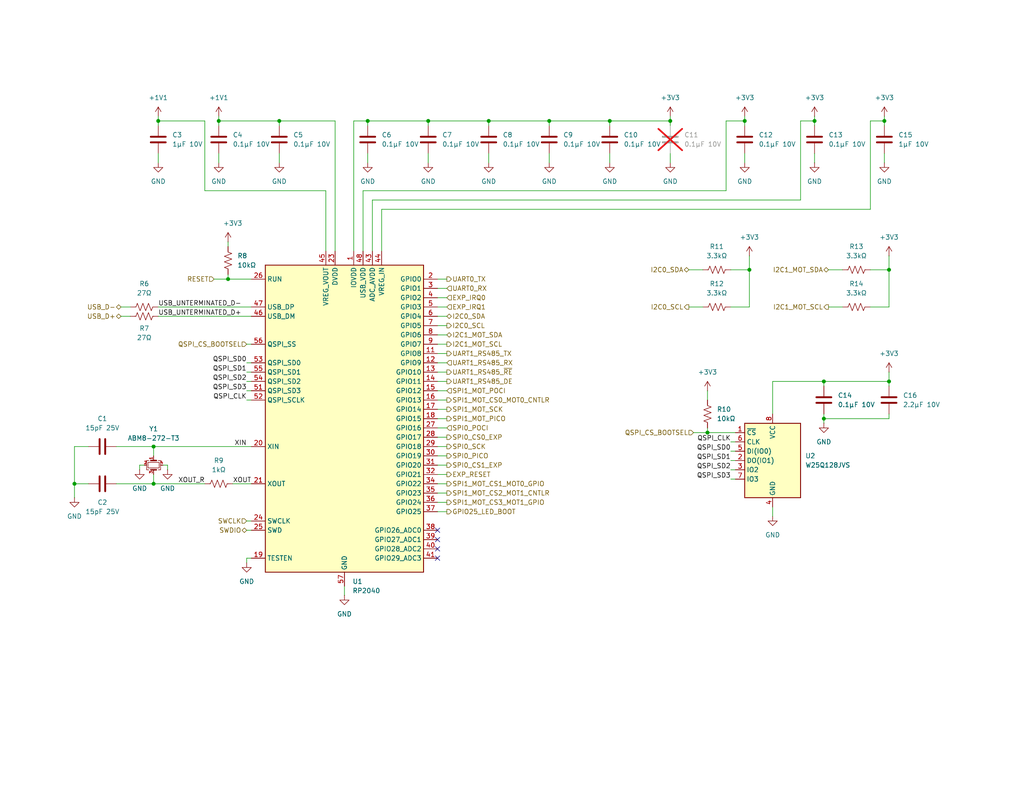
<source format=kicad_sch>
(kicad_sch (version 20231120) (generator "eeschema") (generator_version "8.0")
  (paper "USLetter")
  (title_block (title "Generic Pan Tilt PCB: RP2040") (date "2024-07-10") (company "Responsive Environments, MIT Media Lab") (comment 1 "Perry Naseck"))
  (lib_symbols
    (symbol "Device:C" (pin_numbers hide) (pin_names (offset 0.254))
      (property "Reference" "C" (at 0.635 2.54 0))
      (property "Value" "C" (at 0.635 -2.54 0))
      (symbol "C_0_1"
        (polyline (pts (xy -2.032 -0.762) (xy 2.032 -0.762)) (stroke (width 0.508)))
        (polyline (pts (xy -2.032 0.762) (xy 2.032 0.762)) (stroke (width 0.508)))
      )
      (symbol "C_1_1"
        (pin passive line (at 0 3.81 270) (length 2.794) (name "~") (number "1"))
        (pin passive line (at 0 -3.81 90) (length 2.794) (name "~") (number "2"))
      )
    )
    (symbol "Device:Crystal_GND24_Small" (pin_names (offset 1.016) hide)
      (property "Reference" "Y" (at 1.27 4.445 0))
      (property "Value" "Crystal_GND24_Small" (at 1.27 2.54 0))
      (symbol "Crystal_GND24_Small_0_1"
        (rectangle (start -0.762 -1.524) (end 0.762 1.524))
        (polyline (pts (xy -1.27 -0.762) (xy -1.27 0.762)) (stroke (width 0.381)))
        (polyline (pts (xy 1.27 -0.762) (xy 1.27 0.762)) (stroke (width 0.381)))
        (polyline (pts (xy -1.27 -1.27) (xy -1.27 -1.905) (xy 1.27 -1.905) (xy 1.27 -1.27)))
        (polyline (pts (xy -1.27 1.27) (xy -1.27 1.905) (xy 1.27 1.905) (xy 1.27 1.27)))
      )
      (symbol "Crystal_GND24_Small_1_1"
        (pin passive line (at -2.54 0 0) (length 1.27) (name "1") (number "1"))
        (pin passive line (at 0 -2.54 90) (length 0.635) (name "2") (number "2"))
        (pin passive line (at 2.54 0 180) (length 1.27) (name "3") (number "3"))
        (pin passive line (at 0 2.54 270) (length 0.635) (name "4") (number "4"))
      )
    )
    (symbol "Device:R_US" (pin_numbers hide) (pin_names (offset 0))
      (property "Reference" "R" (at 2.54 0 90))
      (property "Value" "R_US" (at -2.54 0 90))
      (symbol "R_US_0_1"
        (polyline (pts (xy 0 -2.286) (xy 0 -2.54)))
        (polyline (pts (xy 0 2.286) (xy 0 2.54)))
        (polyline (pts (xy 0 -0.762) (xy 1.016 -1.143) (xy 0 -1.524) (xy -1.016 -1.905) (xy 0 -2.286)))
        (polyline (pts (xy 0 0.762) (xy 1.016 0.381) (xy 0 0) (xy -1.016 -0.381) (xy 0 -0.762)))
        (polyline (pts (xy 0 2.286) (xy 1.016 1.905) (xy 0 1.524) (xy -1.016 1.143) (xy 0 0.762)))
      )
      (symbol "R_US_1_1"
        (pin passive line (at 0 3.81 270) (length 1.27) (name "~") (number "1"))
        (pin passive line (at 0 -3.81 90) (length 1.27) (name "~") (number "2"))
      )
    )
    (symbol "MCU_RaspberryPi:RP2040"
      (property "Reference" "U" (at 17.78 45.72 0))
      (property "Value" "RP2040" (at 17.78 43.18 0))
      (symbol "RP2040_0_1"
        (rectangle (start -21.59 41.91) (end 21.59 -41.91) (stroke (width 0.254)) (fill (type background)))
      )
      (symbol "RP2040_1_1"
        (pin power_in line (at 2.54 45.72 270) (length 3.81) (name "IOVDD") (number "1"))
        (pin passive line (at 2.54 45.72 270) (length 3.81) hide (name "IOVDD") (number "10"))
        (pin bidirectional line (at 25.4 17.78 180) (length 3.81) (name "GPIO8") (number "11"))
        (pin bidirectional line (at 25.4 15.24 180) (length 3.81) (name "GPIO9") (number "12"))
        (pin bidirectional line (at 25.4 12.7 180) (length 3.81) (name "GPIO10") (number "13"))
        (pin bidirectional line (at 25.4 10.16 180) (length 3.81) (name "GPIO11") (number "14"))
        (pin bidirectional line (at 25.4 7.62 180) (length 3.81) (name "GPIO12") (number "15"))
        (pin bidirectional line (at 25.4 5.08 180) (length 3.81) (name "GPIO13") (number "16"))
        (pin bidirectional line (at 25.4 2.54 180) (length 3.81) (name "GPIO14") (number "17"))
        (pin bidirectional line (at 25.4 0 180) (length 3.81) (name "GPIO15") (number "18"))
        (pin input line (at -25.4 -38.1 0) (length 3.81) (name "TESTEN") (number "19"))
        (pin bidirectional line (at 25.4 38.1 180) (length 3.81) (name "GPIO0") (number "2"))
        (pin input line (at -25.4 -7.62 0) (length 3.81) (name "XIN") (number "20"))
        (pin passive line (at -25.4 -17.78 0) (length 3.81) (name "XOUT") (number "21"))
        (pin passive line (at 2.54 45.72 270) (length 3.81) hide (name "IOVDD") (number "22"))
        (pin power_in line (at -2.54 45.72 270) (length 3.81) (name "DVDD") (number "23"))
        (pin input line (at -25.4 -27.94 0) (length 3.81) (name "SWCLK") (number "24"))
        (pin bidirectional line (at -25.4 -30.48 0) (length 3.81) (name "SWD") (number "25"))
        (pin input line (at -25.4 38.1 0) (length 3.81) (name "RUN") (number "26"))
        (pin bidirectional line (at 25.4 -2.54 180) (length 3.81) (name "GPIO16") (number "27"))
        (pin bidirectional line (at 25.4 -5.08 180) (length 3.81) (name "GPIO17") (number "28"))
        (pin bidirectional line (at 25.4 -7.62 180) (length 3.81) (name "GPIO18") (number "29"))
        (pin bidirectional line (at 25.4 35.56 180) (length 3.81) (name "GPIO1") (number "3"))
        (pin bidirectional line (at 25.4 -10.16 180) (length 3.81) (name "GPIO19") (number "30"))
        (pin bidirectional line (at 25.4 -12.7 180) (length 3.81) (name "GPIO20") (number "31"))
        (pin bidirectional line (at 25.4 -15.24 180) (length 3.81) (name "GPIO21") (number "32"))
        (pin passive line (at 2.54 45.72 270) (length 3.81) hide (name "IOVDD") (number "33"))
        (pin bidirectional line (at 25.4 -17.78 180) (length 3.81) (name "GPIO22") (number "34"))
        (pin bidirectional line (at 25.4 -20.32 180) (length 3.81) (name "GPIO23") (number "35"))
        (pin bidirectional line (at 25.4 -22.86 180) (length 3.81) (name "GPIO24") (number "36"))
        (pin bidirectional line (at 25.4 -25.4 180) (length 3.81) (name "GPIO25") (number "37"))
        (pin bidirectional line (at 25.4 -30.48 180) (length 3.81) (name "GPIO26_ADC0") (number "38"))
        (pin bidirectional line (at 25.4 -33.02 180) (length 3.81) (name "GPIO27_ADC1") (number "39"))
        (pin bidirectional line (at 25.4 33.02 180) (length 3.81) (name "GPIO2") (number "4"))
        (pin bidirectional line (at 25.4 -35.56 180) (length 3.81) (name "GPIO28_ADC2") (number "40"))
        (pin bidirectional line (at 25.4 -38.1 180) (length 3.81) (name "GPIO29_ADC3") (number "41"))
        (pin passive line (at 2.54 45.72 270) (length 3.81) hide (name "IOVDD") (number "42"))
        (pin power_in line (at 7.62 45.72 270) (length 3.81) (name "ADC_AVDD") (number "43"))
        (pin power_in line (at 10.16 45.72 270) (length 3.81) (name "VREG_IN") (number "44"))
        (pin power_out line (at -5.08 45.72 270) (length 3.81) (name "VREG_VOUT") (number "45"))
        (pin bidirectional line (at -25.4 27.94 0) (length 3.81) (name "USB_DM") (number "46"))
        (pin bidirectional line (at -25.4 30.48 0) (length 3.81) (name "USB_DP") (number "47"))
        (pin power_in line (at 5.08 45.72 270) (length 3.81) (name "USB_VDD") (number "48"))
        (pin passive line (at 2.54 45.72 270) (length 3.81) hide (name "IOVDD") (number "49"))
        (pin bidirectional line (at 25.4 30.48 180) (length 3.81) (name "GPIO3") (number "5"))
        (pin passive line (at -2.54 45.72 270) (length 3.81) hide (name "DVDD") (number "50"))
        (pin bidirectional line (at -25.4 7.62 0) (length 3.81) (name "QSPI_SD3") (number "51"))
        (pin output line (at -25.4 5.08 0) (length 3.81) (name "QSPI_SCLK") (number "52"))
        (pin bidirectional line (at -25.4 15.24 0) (length 3.81) (name "QSPI_SD0") (number "53"))
        (pin bidirectional line (at -25.4 10.16 0) (length 3.81) (name "QSPI_SD2") (number "54"))
        (pin bidirectional line (at -25.4 12.7 0) (length 3.81) (name "QSPI_SD1") (number "55"))
        (pin bidirectional line (at -25.4 20.32 0) (length 3.81) (name "QSPI_SS") (number "56"))
        (pin power_in line (at 0 -45.72 90) (length 3.81) (name "GND") (number "57"))
        (pin bidirectional line (at 25.4 27.94 180) (length 3.81) (name "GPIO4") (number "6"))
        (pin bidirectional line (at 25.4 25.4 180) (length 3.81) (name "GPIO5") (number "7"))
        (pin bidirectional line (at 25.4 22.86 180) (length 3.81) (name "GPIO6") (number "8"))
        (pin bidirectional line (at 25.4 20.32 180) (length 3.81) (name "GPIO7") (number "9"))
      )
    )
    (symbol "Memory_Flash:W25Q128JVS"
      (property "Reference" "U" (at -8.89 8.89 0))
      (property "Value" "W25Q128JVS" (at 7.62 8.89 0))
      (symbol "W25Q128JVS_0_1"
        (rectangle (start -7.62 10.16) (end 7.62 -10.16) (stroke (width 0.254)) (fill (type background)))
      )
      (symbol "W25Q128JVS_1_1"
        (pin input line (at -10.16 7.62 0) (length 2.54) (name "~{CS}") (number "1"))
        (pin bidirectional line (at -10.16 0 0) (length 2.54) (name "DO(IO1)") (number "2"))
        (pin bidirectional line (at -10.16 -2.54 0) (length 2.54) (name "IO2") (number "3"))
        (pin power_in line (at 0 -12.7 90) (length 2.54) (name "GND") (number "4"))
        (pin bidirectional line (at -10.16 2.54 0) (length 2.54) (name "DI(IO0)") (number "5"))
        (pin input line (at -10.16 5.08 0) (length 2.54) (name "CLK") (number "6"))
        (pin bidirectional line (at -10.16 -5.08 0) (length 2.54) (name "IO3") (number "7"))
        (pin power_in line (at 0 12.7 270) (length 2.54) (name "VCC") (number "8"))
      )
    )
    (symbol "power:+1V1" (power) (pin_numbers hide) (pin_names (offset 0) hide)
      (property "Value" "+1V1" (at 0 3.556 0))
      (symbol "+1V1_0_1"
        (polyline (pts (xy -0.762 1.27) (xy 0 2.54)))
        (polyline (pts (xy 0 0) (xy 0 2.54)))
        (polyline (pts (xy 0 2.54) (xy 0.762 1.27)))
      )
      (symbol "+1V1_1_1"
        (pin power_in line (at 0 0 90) (length 0) (name "~") (number "1"))
      )
    )
    (symbol "power:+3V3" (power) (pin_numbers hide) (pin_names (offset 0) hide)
      (property "Value" "+3V3" (at 0 3.556 0))
      (symbol "+3V3_0_1"
        (polyline (pts (xy -0.762 1.27) (xy 0 2.54)))
        (polyline (pts (xy 0 0) (xy 0 2.54)))
        (polyline (pts (xy 0 2.54) (xy 0.762 1.27)))
      )
      (symbol "+3V3_1_1"
        (pin power_in line (at 0 0 90) (length 0) (name "~") (number "1"))
      )
    )
    (symbol "power:GND" (power) (pin_numbers hide) (pin_names (offset 0) hide)
      (property "Value" "GND" (at 0 -3.81 0))
      (symbol "GND_0_1"
        (polyline (pts (xy 0 0) (xy 0 -1.27) (xy 1.27 -1.27) (xy 0 -2.54) (xy -1.27 -1.27) (xy 0 -1.27)))
      )
      (symbol "GND_1_1"
        (pin power_in line (at 0 0 270) (length 0) (name "~") (number "1"))
      )
    )
  )
  (junction (at 241.3 33.02))
  (junction (at 182.88 33.02))
  (junction (at 149.86 33.02))
  (junction (at 224.79 104.14))
  (junction (at 166.37 33.02))
  (junction (at 242.57 104.14))
  (junction (at 242.57 73.66))
  (junction (at 76.2 33.02))
  (junction (at 100.33 33.02))
  (junction (at 59.69 33.02))
  (junction (at 203.2 33.02))
  (junction (at 224.79 114.3))
  (junction (at 20.32 132.08))
  (junction (at 133.35 33.02))
  (junction (at 116.84 33.02))
  (junction (at 41.91 121.92))
  (junction (at 204.47 73.66))
  (junction (at 43.18 33.02))
  (junction (at 222.25 33.02))
  (junction (at 193.04 118.11))
  (junction (at 62.23 76.2))
  (junction (at 41.91 132.08))
  (no_connect (at 119.38 144.78))
  (no_connect (at 119.38 152.4))
  (no_connect (at 119.38 147.32))
  (no_connect (at 119.38 149.86))
  (wire (pts (xy 119.38 119.38) (xy 121.92 119.38)))
  (wire (pts (xy 33.02 83.82) (xy 35.56 83.82)))
  (wire (pts (xy 41.91 121.92) (xy 41.91 124.46)))
  (wire (pts (xy 116.84 41.91) (xy 116.84 44.45)))
  (wire (pts (xy 93.98 160.02) (xy 93.98 162.56)))
  (wire (pts (xy 119.38 88.9) (xy 121.92 88.9)))
  (wire (pts (xy 100.33 41.91) (xy 100.33 44.45)))
  (wire (pts (xy 119.38 139.7) (xy 121.92 139.7)))
  (wire (pts (xy 59.69 41.91) (xy 59.69 44.45)))
  (wire (pts (xy 96.52 33.02) (xy 96.52 68.58)))
  (wire (pts (xy 67.31 144.78) (xy 68.58 144.78)))
  (wire (pts (xy 43.18 83.82) (xy 68.58 83.82)))
  (wire (pts (xy 62.23 74.93) (xy 62.23 76.2)))
  (wire (pts (xy 101.6 54.61) (xy 101.6 68.58)))
  (wire (pts (xy 119.38 76.2) (xy 121.92 76.2)))
  (wire (pts (xy 222.25 31.75) (xy 222.25 33.02)))
  (wire (pts (xy 182.88 41.91) (xy 182.88 44.45)))
  (wire (pts (xy 204.47 73.66) (xy 204.47 83.82)))
  (wire (pts (xy 119.38 111.76) (xy 121.92 111.76)))
  (wire (pts (xy 41.91 132.08) (xy 55.88 132.08)))
  (wire (pts (xy 241.3 31.75) (xy 241.3 33.02)))
  (wire (pts (xy 35.56 86.36) (xy 33.02 86.36)))
  (wire (pts (xy 199.39 83.82) (xy 204.47 83.82)))
  (wire (pts (xy 224.79 114.3) (xy 242.57 114.3)))
  (wire (pts (xy 68.58 152.4) (xy 67.31 152.4)))
  (wire (pts (xy 20.32 132.08) (xy 20.32 135.89)))
  (wire (pts (xy 166.37 33.02) (xy 182.88 33.02)))
  (wire (pts (xy 55.88 33.02) (xy 55.88 52.07)))
  (wire (pts (xy 119.38 81.28) (xy 121.92 81.28)))
  (wire (pts (xy 31.75 121.92) (xy 41.91 121.92)))
  (wire (pts (xy 119.38 116.84) (xy 121.92 116.84)))
  (wire (pts (xy 67.31 109.22) (xy 68.58 109.22)))
  (wire (pts (xy 119.38 121.92) (xy 121.92 121.92)))
  (wire (pts (xy 199.39 128.27) (xy 200.66 128.27)))
  (wire (pts (xy 218.44 33.02) (xy 218.44 54.61)))
  (wire (pts (xy 119.38 99.06) (xy 121.92 99.06)))
  (wire (pts (xy 88.9 52.07) (xy 88.9 68.58)))
  (wire (pts (xy 187.96 83.82) (xy 191.77 83.82)))
  (wire (pts (xy 119.38 132.08) (xy 121.92 132.08)))
  (wire (pts (xy 199.39 123.19) (xy 200.66 123.19)))
  (wire (pts (xy 76.2 33.02) (xy 76.2 34.29)))
  (wire (pts (xy 38.1 127) (xy 39.37 127)))
  (wire (pts (xy 119.38 91.44) (xy 121.92 91.44)))
  (wire (pts (xy 43.18 86.36) (xy 68.58 86.36)))
  (wire (pts (xy 67.31 142.24) (xy 68.58 142.24)))
  (wire (pts (xy 242.57 114.3) (xy 242.57 113.03)))
  (wire (pts (xy 119.38 78.74) (xy 121.92 78.74)))
  (wire (pts (xy 91.44 33.02) (xy 91.44 68.58)))
  (wire (pts (xy 99.06 52.07) (xy 99.06 68.58)))
  (wire (pts (xy 67.31 106.68) (xy 68.58 106.68)))
  (wire (pts (xy 149.86 33.02) (xy 149.86 34.29)))
  (wire (pts (xy 76.2 33.02) (xy 91.44 33.02)))
  (wire (pts (xy 224.79 104.14) (xy 242.57 104.14)))
  (wire (pts (xy 67.31 99.06) (xy 68.58 99.06)))
  (wire (pts (xy 20.32 132.08) (xy 24.13 132.08)))
  (wire (pts (xy 189.23 118.11) (xy 193.04 118.11)))
  (wire (pts (xy 119.38 104.14) (xy 121.92 104.14)))
  (wire (pts (xy 182.88 31.75) (xy 182.88 33.02)))
  (wire (pts (xy 149.86 41.91) (xy 149.86 44.45)))
  (wire (pts (xy 20.32 121.92) (xy 20.32 132.08)))
  (wire (pts (xy 193.04 116.84) (xy 193.04 118.11)))
  (wire (pts (xy 119.38 106.68) (xy 121.92 106.68)))
  (wire (pts (xy 198.12 33.02) (xy 203.2 33.02)))
  (wire (pts (xy 101.6 54.61) (xy 218.44 54.61)))
  (wire (pts (xy 198.12 33.02) (xy 198.12 52.07)))
  (wire (pts (xy 224.79 113.03) (xy 224.79 114.3)))
  (wire (pts (xy 242.57 105.41) (xy 242.57 104.14)))
  (wire (pts (xy 96.52 33.02) (xy 100.33 33.02)))
  (wire (pts (xy 242.57 73.66) (xy 242.57 83.82)))
  (wire (pts (xy 166.37 41.91) (xy 166.37 44.45)))
  (wire (pts (xy 43.18 41.91) (xy 43.18 44.45)))
  (wire (pts (xy 218.44 33.02) (xy 222.25 33.02)))
  (wire (pts (xy 43.18 33.02) (xy 43.18 34.29)))
  (wire (pts (xy 55.88 52.07) (xy 88.9 52.07)))
  (wire (pts (xy 149.86 33.02) (xy 166.37 33.02)))
  (wire (pts (xy 104.14 57.15) (xy 237.49 57.15)))
  (wire (pts (xy 182.88 33.02) (xy 182.88 34.29)))
  (wire (pts (xy 59.69 33.02) (xy 76.2 33.02)))
  (wire (pts (xy 119.38 124.46) (xy 121.92 124.46)))
  (wire (pts (xy 210.82 138.43) (xy 210.82 140.97)))
  (wire (pts (xy 199.39 130.81) (xy 200.66 130.81)))
  (wire (pts (xy 62.23 76.2) (xy 68.58 76.2)))
  (wire (pts (xy 104.14 57.15) (xy 104.14 68.58)))
  (wire (pts (xy 241.3 33.02) (xy 241.3 34.29)))
  (wire (pts (xy 119.38 134.62) (xy 121.92 134.62)))
  (wire (pts (xy 193.04 118.11) (xy 200.66 118.11)))
  (wire (pts (xy 226.06 73.66) (xy 229.87 73.66)))
  (wire (pts (xy 210.82 104.14) (xy 210.82 113.03)))
  (wire (pts (xy 67.31 104.14) (xy 68.58 104.14)))
  (wire (pts (xy 241.3 41.91) (xy 241.3 44.45)))
  (wire (pts (xy 100.33 33.02) (xy 100.33 34.29)))
  (wire (pts (xy 198.12 52.07) (xy 99.06 52.07)))
  (wire (pts (xy 222.25 33.02) (xy 222.25 34.29)))
  (wire (pts (xy 67.31 101.6) (xy 68.58 101.6)))
  (wire (pts (xy 237.49 33.02) (xy 241.3 33.02)))
  (wire (pts (xy 199.39 125.73) (xy 200.66 125.73)))
  (wire (pts (xy 119.38 83.82) (xy 121.92 83.82)))
  (wire (pts (xy 237.49 57.15) (xy 237.49 33.02)))
  (wire (pts (xy 119.38 101.6) (xy 121.92 101.6)))
  (wire (pts (xy 119.38 109.22) (xy 121.92 109.22)))
  (wire (pts (xy 199.39 120.65) (xy 200.66 120.65)))
  (wire (pts (xy 166.37 33.02) (xy 166.37 34.29)))
  (wire (pts (xy 187.96 73.66) (xy 191.77 73.66)))
  (wire (pts (xy 203.2 31.75) (xy 203.2 33.02)))
  (wire (pts (xy 119.38 86.36) (xy 121.92 86.36)))
  (wire (pts (xy 224.79 114.3) (xy 224.79 115.57)))
  (wire (pts (xy 67.31 93.98) (xy 68.58 93.98)))
  (wire (pts (xy 193.04 106.68) (xy 193.04 109.22)))
  (wire (pts (xy 237.49 73.66) (xy 242.57 73.66)))
  (wire (pts (xy 224.79 104.14) (xy 224.79 105.41)))
  (wire (pts (xy 242.57 69.85) (xy 242.57 73.66)))
  (wire (pts (xy 210.82 104.14) (xy 224.79 104.14)))
  (wire (pts (xy 116.84 33.02) (xy 116.84 34.29)))
  (wire (pts (xy 67.31 152.4) (xy 67.31 153.67)))
  (wire (pts (xy 203.2 41.91) (xy 203.2 44.45)))
  (wire (pts (xy 199.39 73.66) (xy 204.47 73.66)))
  (wire (pts (xy 237.49 83.82) (xy 242.57 83.82)))
  (wire (pts (xy 133.35 33.02) (xy 149.86 33.02)))
  (wire (pts (xy 44.45 127) (xy 45.72 127)))
  (wire (pts (xy 226.06 83.82) (xy 229.87 83.82)))
  (wire (pts (xy 41.91 121.92) (xy 68.58 121.92)))
  (wire (pts (xy 116.84 33.02) (xy 133.35 33.02)))
  (wire (pts (xy 203.2 33.02) (xy 203.2 34.29)))
  (wire (pts (xy 43.18 31.75) (xy 43.18 33.02)))
  (wire (pts (xy 204.47 69.85) (xy 204.47 73.66)))
  (wire (pts (xy 45.72 128.27) (xy 45.72 127)))
  (wire (pts (xy 119.38 137.16) (xy 121.92 137.16)))
  (wire (pts (xy 242.57 101.6) (xy 242.57 104.14)))
  (wire (pts (xy 119.38 127) (xy 121.92 127)))
  (wire (pts (xy 76.2 41.91) (xy 76.2 44.45)))
  (wire (pts (xy 119.38 96.52) (xy 121.92 96.52)))
  (wire (pts (xy 63.5 132.08) (xy 68.58 132.08)))
  (wire (pts (xy 58.42 76.2) (xy 62.23 76.2)))
  (wire (pts (xy 62.23 66.04) (xy 62.23 67.31)))
  (wire (pts (xy 133.35 41.91) (xy 133.35 44.45)))
  (wire (pts (xy 119.38 93.98) (xy 121.92 93.98)))
  (wire (pts (xy 222.25 41.91) (xy 222.25 44.45)))
  (wire (pts (xy 133.35 33.02) (xy 133.35 34.29)))
  (wire (pts (xy 43.18 33.02) (xy 55.88 33.02)))
  (wire (pts (xy 100.33 33.02) (xy 116.84 33.02)))
  (wire (pts (xy 31.75 132.08) (xy 41.91 132.08)))
  (wire (pts (xy 38.1 128.27) (xy 38.1 127)))
  (wire (pts (xy 119.38 114.3) (xy 121.92 114.3)))
  (wire (pts (xy 59.69 33.02) (xy 59.69 34.29)))
  (wire (pts (xy 41.91 129.54) (xy 41.91 132.08)))
  (wire (pts (xy 24.13 121.92) (xy 20.32 121.92)))
  (wire (pts (xy 59.69 31.75) (xy 59.69 33.02)))
  (wire (pts (xy 119.38 129.54) (xy 121.92 129.54)))
  (label "QSPI_SD0" (at 199.39 123.19 180))
  (label "QSPI_SD3" (at 67.31 106.68 180))
  (label "XOUT" (at 68.58 132.08 180))
  (label "QSPI_SD3" (at 199.39 130.81 180))
  (label "USB_UNTERMINATED_D+" (at 43.18 86.36 0))
  (label "XOUT_R" (at 55.88 132.08 180))
  (label "QSPI_SD2" (at 67.31 104.14 180))
  (label "QSPI_SD1" (at 199.39 125.73 180))
  (label "USB_UNTERMINATED_D-" (at 43.18 83.82 0))
  (label "QSPI_CLK" (at 199.39 120.65 180))
  (label "QSPI_SD0" (at 67.31 99.06 180))
  (label "XIN" (at 67.31 121.92 180))
  (label "QSPI_SD2" (at 199.39 128.27 180))
  (label "QSPI_CLK" (at 67.31 109.22 180))
  (label "QSPI_SD1" (at 67.31 101.6 180))
  (hierarchical_label "SPI1_MOT_CS0_MOT0_CNTLR" (shape output) (at 121.92 109.22 0))
  (hierarchical_label "SPI1_MOT_CS3_MOT1_GPIO" (shape output) (at 121.92 137.16 0))
  (hierarchical_label "RESET" (shape input) (at 58.42 76.2 180))
  (hierarchical_label "I2C0_SCL" (shape output) (at 121.92 88.9 0))
  (hierarchical_label "USB_D-" (shape bidirectional) (at 33.02 83.82 180))
  (hierarchical_label "SPI0_SCK" (shape output) (at 121.92 121.92 0))
  (hierarchical_label "UART0_TX" (shape output) (at 121.92 76.2 0))
  (hierarchical_label "I2C0_SDA" (shape bidirectional) (at 121.92 86.36 0))
  (hierarchical_label "SPI0_POCI" (shape input) (at 121.92 116.84 0))
  (hierarchical_label "UART0_RX" (shape input) (at 121.92 78.74 0))
  (hierarchical_label "SPI0_CS0_EXP" (shape output) (at 121.92 119.38 0))
  (hierarchical_label "EXP_IRQ1" (shape input) (at 121.92 83.82 0))
  (hierarchical_label "QSPI_CS_BOOTSEL" (shape input) (at 67.31 93.98 180))
  (hierarchical_label "SPI1_MOT_SCK" (shape output) (at 121.92 111.76 0))
  (hierarchical_label "SPI0_CS1_EXP" (shape output) (at 121.92 127 0))
  (hierarchical_label "UART1_RS485_~{RE}" (shape output) (at 121.92 101.6 0))
  (hierarchical_label "SWDIO" (shape bidirectional) (at 67.31 144.78 180))
  (hierarchical_label "SPI0_PICO" (shape output) (at 121.92 124.46 0))
  (hierarchical_label "I2C0_SCL" (shape output) (at 187.96 83.82 180))
  (hierarchical_label "I2C1_MOT_SDA" (shape bidirectional) (at 121.92 91.44 0))
  (hierarchical_label "EXP_IRQ0" (shape input) (at 121.92 81.28 0))
  (hierarchical_label "I2C1_MOT_SCL" (shape output) (at 121.92 93.98 0))
  (hierarchical_label "I2C1_MOT_SCL" (shape output) (at 226.06 83.82 180))
  (hierarchical_label "UART1_RS485_DE" (shape output) (at 121.92 104.14 0))
  (hierarchical_label "QSPI_CS_BOOTSEL" (shape input) (at 189.23 118.11 180))
  (hierarchical_label "UART1_RS485_TX" (shape output) (at 121.92 96.52 0))
  (hierarchical_label "SPI1_MOT_POCI" (shape input) (at 121.92 106.68 0))
  (hierarchical_label "USB_D+" (shape bidirectional) (at 33.02 86.36 180))
  (hierarchical_label "EXP_RESET" (shape output) (at 121.92 129.54 0))
  (hierarchical_label "SWCLK" (shape input) (at 67.31 142.24 180))
  (hierarchical_label "SPI1_MOT_PICO" (shape output) (at 121.92 114.3 0))
  (hierarchical_label "SPI1_MOT_CS2_MOT1_CNTLR" (shape output) (at 121.92 134.62 0))
  (hierarchical_label "I2C0_SDA" (shape bidirectional) (at 187.96 73.66 180))
  (hierarchical_label "UART1_RS485_RX" (shape input) (at 121.92 99.06 0))
  (hierarchical_label "SPI1_MOT_CS1_MOT0_GPIO" (shape output) (at 121.92 132.08 0))
  (hierarchical_label "I2C1_MOT_SDA" (shape bidirectional) (at 226.06 73.66 180))
  (hierarchical_label "GPIO25_LED_BOOT" (shape output) (at 121.92 139.7 0))
  (symbol (lib_id "power:GND") (at 224.79 115.57 0) (unit 1)
    (property "Reference" "#PWR045" (effects (hide yes)))
    (property "Value" "GND" (at 224.79 120.65 0))
    (property "Description" "Power symbol creates a global label with name \"GND\" , ground" (effects (hide yes)))
  )
  (symbol (lib_id "power:GND") (at 241.3 44.45 0) (unit 1)
    (property "Reference" "#PWR047" (effects (hide yes)))
    (property "Value" "GND" (at 241.3 49.53 0))
    (property "Description" "Power symbol creates a global label with name \"GND\" , ground" (effects (hide yes)))
  )
  (symbol (lib_id "power:GND") (at 93.98 162.56 0) (unit 1)
    (property "Reference" "#PWR030" (effects (hide yes)))
    (property "Value" "GND" (at 93.98 167.64 0))
    (property "Description" "Power symbol creates a global label with name \"GND\" , ground" (effects (hide yes)))
  )
  (symbol (lib_id "power:GND") (at 133.35 44.45 0) (unit 1)
    (property "Reference" "#PWR033" (effects (hide yes)))
    (property "Value" "GND" (at 133.35 49.53 0))
    (property "Description" "Power symbol creates a global label with name \"GND\" , ground" (effects (hide yes)))
  )
  (symbol (lib_id "power:+3V3") (at 222.25 31.75 0) (unit 1)
    (property "Reference" "#PWR043" (effects (hide yes)))
    (property "Value" "+3V3" (at 222.25 26.67 0))
    (property "Description" "Power symbol creates a global label with name \"+3V3\"" (effects (hide yes)))
  )
  (symbol (lib_id "Device:R_US") (at 39.37 86.36 90) (unit 1)
    (property "Reference" "R7" (at 39.37 89.662 90))
    (property "Value" "27Ω" (at 39.37 92.202 90))
    (property "Footprint" "Capacitor_SMD:C_0402_1005Metric" (effects (hide yes)))
    (property "Description" "Resistor, US symbol" (effects (hide yes)))
  )
  (symbol (lib_id "power:+1V1") (at 59.69 31.75 0) (unit 1)
    (property "Reference" "#PWR025" (effects (hide yes)))
    (property "Value" "+1V1" (at 59.69 26.67 0))
    (property "Description" "Power symbol creates a global label with name \"+1V1\"" (effects (hide yes)))
  )
  (symbol (lib_id "Device:C") (at 116.84 38.1 0) (unit 1)
    (property "Reference" "C7" (at 120.65 36.8299 0) (effects (justify left)))
    (property "Value" "0.1µF 10V" (at 120.65 39.3699 0) (effects (justify left)))
    (property "Footprint" "Capacitor_SMD:C_0402_1005Metric" (effects (hide yes)))
    (property "Description" "Unpolarized capacitor" (effects (hide yes)))
  )
  (symbol (lib_id "Device:R_US") (at 39.37 83.82 90) (unit 1)
    (property "Reference" "R6" (at 39.37 77.47 90))
    (property "Value" "27Ω" (at 39.37 80.01 90))
    (property "Footprint" "Capacitor_SMD:C_0402_1005Metric" (effects (hide yes)))
    (property "Description" "Resistor, US symbol" (effects (hide yes)))
  )
  (symbol (lib_id "Device:R_US") (at 193.04 113.03 0) (unit 1)
    (property "Reference" "R10" (at 195.58 111.7599 0) (effects (justify left)))
    (property "Value" "10kΩ" (at 195.58 114.2999 0) (effects (justify left)))
    (property "Footprint" "Capacitor_SMD:C_0402_1005Metric" (effects (hide yes)))
    (property "Description" "Resistor, US symbol" (effects (hide yes)))
  )
  (symbol (lib_id "MCU_RaspberryPi:RP2040") (at 93.98 114.3 0) (unit 1)
    (property "Reference" "U1" (at 96.1741 158.75 0) (effects (justify left)))
    (property "Value" "RP2040" (at 96.1741 161.29 0) (effects (justify left)))
    (property "Footprint" "Package_DFN_QFN:QFN-56-1EP_7x7mm_P0.4mm_EP3.2x3.2mm" (effects (hide yes)))
    (property "Datasheet" "https://datasheets.raspberrypi.com/rp2040/rp2040-datasheet.pdf" (effects (hide yes)))
    (property "Description" "A microcontroller by Raspberry Pi" (effects (hide yes)))
    (property "manf#" "SC0914(13)" (effects (hide yes)))
    (property "digikey#" "2648-SC0914(13)CT-ND" (effects (hide yes)))
    (property "mouser#" "358-SC091413" (effects (hide yes)))
  )
  (symbol (lib_id "power:GND") (at 43.18 44.45 0) (unit 1)
    (property "Reference" "#PWR023" (effects (hide yes)))
    (property "Value" "GND" (at 43.18 49.53 0))
    (property "Description" "Power symbol creates a global label with name \"GND\" , ground" (effects (hide yes)))
  )
  (symbol (lib_id "Device:C") (at 27.94 121.92 90) (unit 1)
    (property "Reference" "C1" (at 27.94 114.3 90))
    (property "Value" "15pF 25V" (at 27.94 116.84 90))
    (property "Footprint" "Capacitor_SMD:C_0402_1005Metric" (effects (hide yes)))
    (property "Description" "Unpolarized capacitor" (effects (hide yes)))
  )
  (symbol (lib_id "power:GND") (at 45.72 128.27 0) (unit 1)
    (property "Reference" "#PWR024" (effects (hide yes)))
    (property "Value" "GND" (at 45.72 133.35 0))
    (property "Description" "Power symbol creates a global label with name \"GND\" , ground" (effects (hide yes)))
  )
  (symbol (lib_id "power:+3V3") (at 242.57 101.6 0) (unit 1)
    (property "Reference" "#PWR049" (effects (hide yes)))
    (property "Value" "+3V3" (at 242.57 96.52 0))
    (property "Description" "Power symbol creates a global label with name \"+3V3\"" (effects (hide yes)))
  )
  (symbol (lib_id "power:+1V1") (at 43.18 31.75 0) (unit 1)
    (property "Reference" "#PWR022" (effects (hide yes)))
    (property "Value" "+1V1" (at 43.18 26.67 0))
    (property "Description" "Power symbol creates a global label with name \"+1V1\"" (effects (hide yes)))
  )
  (symbol (lib_id "power:GND") (at 222.25 44.45 0) (unit 1)
    (property "Reference" "#PWR044" (effects (hide yes)))
    (property "Value" "GND" (at 222.25 49.53 0))
    (property "Description" "Power symbol creates a global label with name \"GND\" , ground" (effects (hide yes)))
  )
  (symbol (lib_id "Device:C") (at 59.69 38.1 0) (unit 1)
    (property "Reference" "C4" (at 63.5 36.8299 0) (effects (justify left)))
    (property "Value" "0.1µF 10V" (at 63.5 39.3699 0) (effects (justify left)))
    (property "Footprint" "Capacitor_SMD:C_0402_1005Metric" (effects (hide yes)))
    (property "Description" "Unpolarized capacitor" (effects (hide yes)))
  )
  (symbol (lib_id "power:GND") (at 59.69 44.45 0) (unit 1)
    (property "Reference" "#PWR026" (effects (hide yes)))
    (property "Value" "GND" (at 59.69 49.53 0))
    (property "Description" "Power symbol creates a global label with name \"GND\" , ground" (effects (hide yes)))
  )
  (symbol (lib_id "Device:R_US") (at 59.69 132.08 90) (unit 1)
    (property "Reference" "R9" (at 59.69 125.73 90))
    (property "Value" "1kΩ" (at 59.69 128.27 90))
    (property "Footprint" "Capacitor_SMD:C_0402_1005Metric" (effects (hide yes)))
    (property "Description" "Resistor, US symbol" (effects (hide yes)))
  )
  (symbol (lib_id "Device:C") (at 224.79 109.22 0) (unit 1)
    (property "Reference" "C14" (at 228.6 107.9499 0) (effects (justify left)))
    (property "Value" "0.1µF 10V" (at 228.6 110.4899 0) (effects (justify left)))
    (property "Footprint" "Capacitor_SMD:C_0402_1005Metric" (effects (hide yes)))
    (property "Description" "Unpolarized capacitor" (effects (hide yes)))
  )
  (symbol (lib_id "Device:R_US") (at 195.58 73.66 90) (unit 1)
    (property "Reference" "R11" (at 195.58 67.31 90))
    (property "Value" "3.3kΩ" (at 195.58 69.85 90))
    (property "Footprint" "Capacitor_SMD:C_0402_1005Metric" (effects (hide yes)))
    (property "Description" "Resistor, US symbol" (effects (hide yes)))
  )
  (symbol (lib_id "power:+3V3") (at 193.04 106.68 0) (unit 1)
    (property "Reference" "#PWR038" (effects (hide yes)))
    (property "Value" "+3V3" (at 193.04 101.6 0))
    (property "Description" "Power symbol creates a global label with name \"+3V3\"" (effects (hide yes)))
  )
  (symbol (lib_id "Device:C") (at 43.18 38.1 0) (unit 1)
    (property "Reference" "C3" (at 46.99 36.8299 0) (effects (justify left)))
    (property "Value" "1µF 10V" (at 46.99 39.3699 0) (effects (justify left)))
    (property "Footprint" "Capacitor_SMD:C_0402_1005Metric" (effects (hide yes)))
    (property "Description" "Unpolarized capacitor" (effects (hide yes)))
  )
  (symbol (lib_id "power:GND") (at 116.84 44.45 0) (unit 1)
    (property "Reference" "#PWR032" (effects (hide yes)))
    (property "Value" "GND" (at 116.84 49.53 0))
    (property "Description" "Power symbol creates a global label with name \"GND\" , ground" (effects (hide yes)))
  )
  (symbol (lib_id "power:+3V3") (at 241.3 31.75 0) (unit 1)
    (property "Reference" "#PWR046" (effects (hide yes)))
    (property "Value" "+3V3" (at 241.3 26.67 0))
    (property "Description" "Power symbol creates a global label with name \"+3V3\"" (effects (hide yes)))
  )
  (symbol (lib_id "power:+3V3") (at 204.47 69.85 0) (unit 1)
    (property "Reference" "#PWR041" (effects (hide yes)))
    (property "Value" "+3V3" (at 204.47 64.77 0))
    (property "Description" "Power symbol creates a global label with name \"+3V3\"" (effects (hide yes)))
  )
  (symbol (lib_id "Device:C") (at 149.86 38.1 0) (unit 1)
    (property "Reference" "C9" (at 153.67 36.8299 0) (effects (justify left)))
    (property "Value" "0.1µF 10V" (at 153.67 39.3699 0) (effects (justify left)))
    (property "Footprint" "Capacitor_SMD:C_0402_1005Metric" (effects (hide yes)))
    (property "Description" "Unpolarized capacitor" (effects (hide yes)))
  )
  (symbol (lib_id "Device:C") (at 76.2 38.1 0) (unit 1)
    (property "Reference" "C5" (at 80.01 36.8299 0) (effects (justify left)))
    (property "Value" "0.1µF 10V" (at 80.01 39.3699 0) (effects (justify left)))
    (property "Footprint" "Capacitor_SMD:C_0402_1005Metric" (effects (hide yes)))
    (property "Description" "Unpolarized capacitor" (effects (hide yes)))
  )
  (symbol (lib_id "power:+3V3") (at 203.2 31.75 0) (unit 1)
    (property "Reference" "#PWR039" (effects (hide yes)))
    (property "Value" "+3V3" (at 203.2 26.67 0))
    (property "Description" "Power symbol creates a global label with name \"+3V3\"" (effects (hide yes)))
  )
  (symbol (lib_id "Device:C") (at 100.33 38.1 0) (unit 1)
    (property "Reference" "C6" (at 104.14 36.8299 0) (effects (justify left)))
    (property "Value" "0.1µF 10V" (at 104.14 39.3699 0) (effects (justify left)))
    (property "Footprint" "Capacitor_SMD:C_0402_1005Metric" (effects (hide yes)))
    (property "Description" "Unpolarized capacitor" (effects (hide yes)))
  )
  (symbol (lib_id "Device:R_US") (at 62.23 71.12 0) (unit 1)
    (property "Reference" "R8" (at 64.77 69.8499 0) (effects (justify left)))
    (property "Value" "10kΩ" (at 64.77 72.3899 0) (effects (justify left)))
    (property "Footprint" "Capacitor_SMD:C_0402_1005Metric" (effects (hide yes)))
    (property "Description" "Resistor, US symbol" (effects (hide yes)))
  )
  (symbol (lib_id "Device:C") (at 241.3 38.1 0) (unit 1)
    (property "Reference" "C15" (at 245.11 36.8299 0) (effects (justify left)))
    (property "Value" "1µF 10V" (at 245.11 39.3699 0) (effects (justify left)))
    (property "Footprint" "Capacitor_SMD:C_0402_1005Metric" (effects (hide yes)))
    (property "Description" "Unpolarized capacitor" (effects (hide yes)))
  )
  (symbol (lib_id "power:GND") (at 149.86 44.45 0) (unit 1)
    (property "Reference" "#PWR034" (effects (hide yes)))
    (property "Value" "GND" (at 149.86 49.53 0))
    (property "Description" "Power symbol creates a global label with name \"GND\" , ground" (effects (hide yes)))
  )
  (symbol (lib_id "Device:C") (at 27.94 132.08 90) (unit 1)
    (property "Reference" "C2" (at 27.94 137.16 90))
    (property "Value" "15pF 25V" (at 27.94 139.7 90))
    (property "Footprint" "Capacitor_SMD:C_0402_1005Metric" (effects (hide yes)))
    (property "Description" "Unpolarized capacitor" (effects (hide yes)))
  )
  (symbol (lib_id "Memory_Flash:W25Q128JVS") (at 210.82 125.73 0) (unit 1)
    (property "Reference" "U2" (at 219.71 124.4599 0) (effects (justify left)))
    (property "Value" "W25Q128JVS" (at 219.71 126.9999 0) (effects (justify left)))
    (property "Footprint" "Package_SO:SOIC-8_5.23x5.23mm_P1.27mm" (effects (hide yes)))
    (property "Datasheet" "http://www.winbond.com/resource-files/w25q128jv_dtr%20revc%2003272018%20plus.pdf" (effects (hide yes)))
    (property "Description" "128Mb Serial Flash Memory, Standard/Dual/Quad SPI, SOIC-8" (effects (hide yes)))
    (property "digikey#" "W25Q128JVSIQCT-ND" (effects (hide yes)))
    (property "manf#" "W25Q128JVSIQ TR" (effects (hide yes)))
    (property "mouser#" "454-W25Q128JVSIQTR" (effects (hide yes)))
  )
  (symbol (lib_id "Device:C") (at 182.88 38.1 0) (unit 1) (in_bom no) (on_board no) (dnp yes)
    (property "Reference" "C11" (at 186.69 36.8299 0) (effects (justify left)))
    (property "Value" "0.1µF 10V" (at 186.69 39.3699 0) (effects (justify left)))
    (property "Footprint" "Capacitor_SMD:C_0402_1005Metric" (effects (hide yes)))
    (property "Description" "Unpolarized capacitor" (effects (hide yes)))
  )
  (symbol (lib_id "power:+3V3") (at 242.57 69.85 0) (unit 1)
    (property "Reference" "#PWR048" (effects (hide yes)))
    (property "Value" "+3V3" (at 242.57 64.77 0))
    (property "Description" "Power symbol creates a global label with name \"+3V3\"" (effects (hide yes)))
  )
  (symbol (lib_id "Device:Crystal_GND24_Small") (at 41.91 127 270) (unit 1)
    (property "Reference" "Y1" (at 41.91 117.094 90))
    (property "Value" "ABM8-272-T3" (at 41.91 119.634 90))
    (property "Footprint" "Crystal:Crystal_SMD_3225-4Pin_3.2x2.5mm" (effects (hide yes)))
    (property "Description" "Four pin crystal, GND on pins 2 and 4, small symbol" (effects (hide yes)))
    (property "digikey#" "535-ABM8-272-T3CT-ND" (effects (hide yes)))
    (property "manf#" "ABM8-272-T3" (effects (hide yes)))
    (property "mouser#" "815-ABM8-272-T3" (effects (hide yes)))
  )
  (symbol (lib_id "Device:R_US") (at 233.68 83.82 90) (unit 1)
    (property "Reference" "R14" (at 233.68 77.47 90))
    (property "Value" "3.3kΩ" (at 233.68 80.01 90))
    (property "Footprint" "Capacitor_SMD:C_0402_1005Metric" (effects (hide yes)))
    (property "Description" "Resistor, US symbol" (effects (hide yes)))
  )
  (symbol (lib_id "power:GND") (at 210.82 140.97 0) (unit 1)
    (property "Reference" "#PWR042" (effects (hide yes)))
    (property "Value" "GND" (at 210.82 146.05 0))
    (property "Description" "Power symbol creates a global label with name \"GND\" , ground" (effects (hide yes)))
  )
  (symbol (lib_id "Device:R_US") (at 233.68 73.66 90) (unit 1)
    (property "Reference" "R13" (at 233.68 67.31 90))
    (property "Value" "3.3kΩ" (at 233.68 69.85 90))
    (property "Footprint" "Capacitor_SMD:C_0402_1005Metric" (effects (hide yes)))
    (property "Description" "Resistor, US symbol" (effects (hide yes)))
  )
  (symbol (lib_id "power:GND") (at 203.2 44.45 0) (unit 1)
    (property "Reference" "#PWR040" (effects (hide yes)))
    (property "Value" "GND" (at 203.2 49.53 0))
    (property "Description" "Power symbol creates a global label with name \"GND\" , ground" (effects (hide yes)))
  )
  (symbol (lib_id "power:GND") (at 38.1 128.27 0) (unit 1)
    (property "Reference" "#PWR021" (effects (hide yes)))
    (property "Value" "GND" (at 38.1 133.35 0))
    (property "Description" "Power symbol creates a global label with name \"GND\" , ground" (effects (hide yes)))
  )
  (symbol (lib_id "Device:C") (at 203.2 38.1 0) (unit 1)
    (property "Reference" "C12" (at 207.01 36.8299 0) (effects (justify left)))
    (property "Value" "0.1µF 10V" (at 207.01 39.3699 0) (effects (justify left)))
    (property "Footprint" "Capacitor_SMD:C_0402_1005Metric" (effects (hide yes)))
    (property "Description" "Unpolarized capacitor" (effects (hide yes)))
  )
  (symbol (lib_id "power:GND") (at 182.88 44.45 0) (unit 1)
    (property "Reference" "#PWR037" (effects (hide yes)))
    (property "Value" "GND" (at 182.88 49.53 0))
    (property "Description" "Power symbol creates a global label with name \"GND\" , ground" (effects (hide yes)))
  )
  (symbol (lib_id "power:GND") (at 166.37 44.45 0) (unit 1)
    (property "Reference" "#PWR035" (effects (hide yes)))
    (property "Value" "GND" (at 166.37 49.53 0))
    (property "Description" "Power symbol creates a global label with name \"GND\" , ground" (effects (hide yes)))
  )
  (symbol (lib_id "Device:C") (at 133.35 38.1 0) (unit 1)
    (property "Reference" "C8" (at 137.16 36.8299 0) (effects (justify left)))
    (property "Value" "0.1µF 10V" (at 137.16 39.3699 0) (effects (justify left)))
    (property "Footprint" "Capacitor_SMD:C_0402_1005Metric" (effects (hide yes)))
    (property "Description" "Unpolarized capacitor" (effects (hide yes)))
  )
  (symbol (lib_id "Device:C") (at 222.25 38.1 0) (unit 1)
    (property "Reference" "C13" (at 226.06 36.8299 0) (effects (justify left)))
    (property "Value" "0.1µF 10V" (at 226.06 39.3699 0) (effects (justify left)))
    (property "Footprint" "Capacitor_SMD:C_0402_1005Metric" (effects (hide yes)))
    (property "Description" "Unpolarized capacitor" (effects (hide yes)))
  )
  (symbol (lib_id "power:GND") (at 67.31 153.67 0) (unit 1)
    (property "Reference" "#PWR028" (effects (hide yes)))
    (property "Value" "GND" (at 67.31 158.75 0))
    (property "Description" "Power symbol creates a global label with name \"GND\" , ground" (effects (hide yes)))
  )
  (symbol (lib_id "power:+3V3") (at 62.23 66.04 0) (unit 1)
    (property "Reference" "#PWR027" (effects (hide yes)))
    (property "Value" "+3V3" (at 63.5 60.96 0))
    (property "Description" "Power symbol creates a global label with name \"+3V3\"" (effects (hide yes)))
  )
  (symbol (lib_id "power:GND") (at 76.2 44.45 0) (unit 1)
    (property "Reference" "#PWR029" (effects (hide yes)))
    (property "Value" "GND" (at 76.2 49.53 0))
    (property "Description" "Power symbol creates a global label with name \"GND\" , ground" (effects (hide yes)))
  )
  (symbol (lib_id "Device:C") (at 166.37 38.1 0) (unit 1)
    (property "Reference" "C10" (at 170.18 36.8299 0) (effects (justify left)))
    (property "Value" "0.1µF 10V" (at 170.18 39.3699 0) (effects (justify left)))
    (property "Footprint" "Capacitor_SMD:C_0402_1005Metric" (effects (hide yes)))
    (property "Description" "Unpolarized capacitor" (effects (hide yes)))
  )
  (symbol (lib_id "power:GND") (at 20.32 135.89 0) (unit 1)
    (property "Reference" "#PWR020" (effects (hide yes)))
    (property "Value" "GND" (at 20.32 140.97 0))
    (property "Description" "Power symbol creates a global label with name \"GND\" , ground" (effects (hide yes)))
  )
  (symbol (lib_id "power:+3V3") (at 182.88 31.75 0) (unit 1)
    (property "Reference" "#PWR036" (effects (hide yes)))
    (property "Value" "+3V3" (at 182.88 26.67 0))
    (property "Description" "Power symbol creates a global label with name \"+3V3\"" (effects (hide yes)))
  )
  (symbol (lib_id "Device:R_US") (at 195.58 83.82 90) (unit 1)
    (property "Reference" "R12" (at 195.58 77.47 90))
    (property "Value" "3.3kΩ" (at 195.58 80.01 90))
    (property "Footprint" "Capacitor_SMD:C_0402_1005Metric" (effects (hide yes)))
    (property "Description" "Resistor, US symbol" (effects (hide yes)))
  )
  (symbol (lib_id "Device:C") (at 242.57 109.22 0) (unit 1)
    (property "Reference" "C16" (at 246.38 107.9499 0) (effects (justify left)))
    (property "Value" "2.2µF 10V" (at 246.38 110.4899 0) (effects (justify left)))
    (property "Footprint" "Capacitor_SMD:C_0402_1005Metric" (effects (hide yes)))
    (property "Description" "Unpolarized capacitor" (effects (hide yes)))
  )
  (symbol (lib_id "power:GND") (at 100.33 44.45 0) (unit 1)
    (property "Reference" "#PWR031" (effects (hide yes)))
    (property "Value" "GND" (at 100.33 49.53 0))
    (property "Description" "Power symbol creates a global label with name \"GND\" , ground" (effects (hide yes)))
  )
)
</source>
